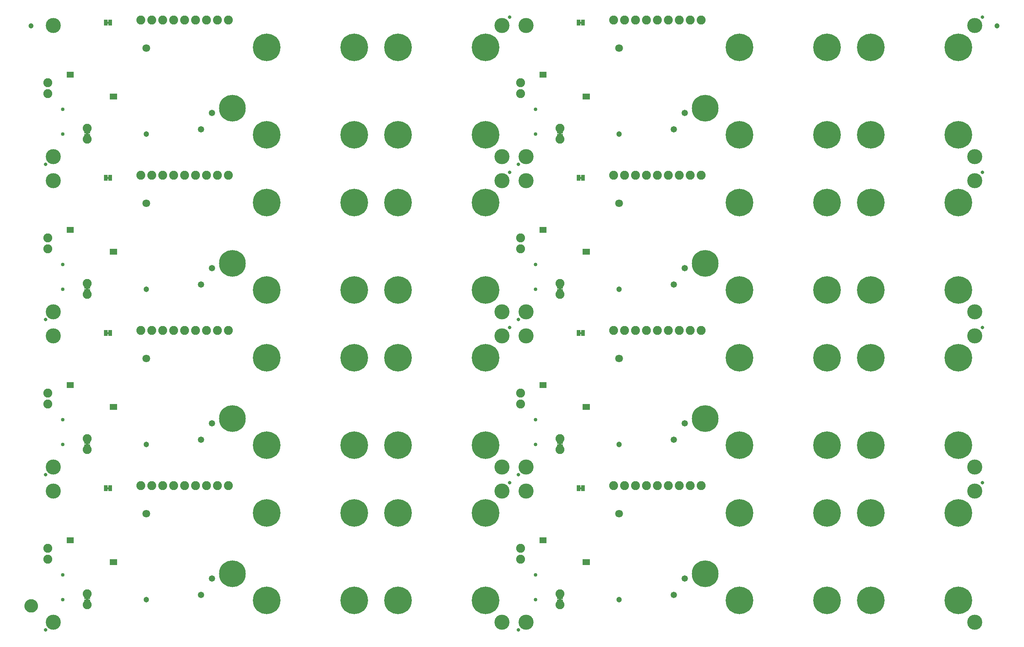
<source format=gbs>
G04 EAGLE Gerber RS-274X export*
G75*
%MOMM*%
%FSLAX34Y34*%
%LPD*%
%INSoldermask Bottom*%
%IPPOS*%
%AMOC8*
5,1,8,0,0,1.08239X$1,22.5*%
G01*
%ADD10C,0.853200*%
%ADD11C,0.838200*%
%ADD12C,3.505200*%
%ADD13C,6.203200*%
%ADD14R,0.863600X1.473200*%
%ADD15C,1.303200*%
%ADD16C,1.803200*%
%ADD17R,1.473200X0.838200*%
%ADD18C,2.082800*%
%ADD19R,0.838200X1.473200*%
%ADD20C,1.473200*%
%ADD21C,6.400800*%
%ADD22C,1.203200*%
%ADD23C,1.270000*%
%ADD24C,1.703200*%

G36*
X1204279Y1158252D02*
X1204279Y1158252D01*
X1204345Y1158254D01*
X1204388Y1158272D01*
X1204435Y1158280D01*
X1204492Y1158314D01*
X1204552Y1158339D01*
X1204587Y1158370D01*
X1204628Y1158395D01*
X1204670Y1158446D01*
X1204718Y1158490D01*
X1204740Y1158532D01*
X1204769Y1158569D01*
X1204790Y1158631D01*
X1204821Y1158690D01*
X1204829Y1158744D01*
X1204841Y1158781D01*
X1204840Y1158821D01*
X1204848Y1158875D01*
X1204848Y1162685D01*
X1204837Y1162750D01*
X1204835Y1162816D01*
X1204817Y1162859D01*
X1204809Y1162906D01*
X1204775Y1162963D01*
X1204750Y1163023D01*
X1204719Y1163058D01*
X1204694Y1163099D01*
X1204643Y1163141D01*
X1204599Y1163189D01*
X1204557Y1163211D01*
X1204520Y1163240D01*
X1204458Y1163261D01*
X1204399Y1163292D01*
X1204345Y1163300D01*
X1204308Y1163312D01*
X1204268Y1163311D01*
X1204214Y1163319D01*
X1198626Y1163319D01*
X1198561Y1163308D01*
X1198495Y1163306D01*
X1198452Y1163288D01*
X1198405Y1163280D01*
X1198348Y1163246D01*
X1198288Y1163221D01*
X1198253Y1163190D01*
X1198212Y1163165D01*
X1198171Y1163114D01*
X1198122Y1163070D01*
X1198100Y1163028D01*
X1198071Y1162991D01*
X1198050Y1162929D01*
X1198019Y1162870D01*
X1198011Y1162816D01*
X1197999Y1162779D01*
X1197999Y1162775D01*
X1197999Y1162774D01*
X1198000Y1162739D01*
X1197992Y1162685D01*
X1197992Y1158875D01*
X1198003Y1158810D01*
X1198005Y1158744D01*
X1198023Y1158701D01*
X1198031Y1158654D01*
X1198065Y1158597D01*
X1198090Y1158537D01*
X1198121Y1158502D01*
X1198146Y1158461D01*
X1198197Y1158420D01*
X1198241Y1158371D01*
X1198283Y1158349D01*
X1198320Y1158320D01*
X1198382Y1158299D01*
X1198441Y1158268D01*
X1198495Y1158260D01*
X1198532Y1158248D01*
X1198572Y1158249D01*
X1198626Y1158241D01*
X1204214Y1158241D01*
X1204279Y1158252D01*
G37*
G36*
X106999Y1158252D02*
X106999Y1158252D01*
X107065Y1158254D01*
X107108Y1158272D01*
X107155Y1158280D01*
X107212Y1158314D01*
X107272Y1158339D01*
X107307Y1158370D01*
X107348Y1158395D01*
X107390Y1158446D01*
X107438Y1158490D01*
X107460Y1158532D01*
X107489Y1158569D01*
X107510Y1158631D01*
X107541Y1158690D01*
X107549Y1158744D01*
X107561Y1158781D01*
X107560Y1158821D01*
X107568Y1158875D01*
X107568Y1162685D01*
X107557Y1162750D01*
X107555Y1162816D01*
X107537Y1162859D01*
X107529Y1162906D01*
X107495Y1162963D01*
X107470Y1163023D01*
X107439Y1163058D01*
X107414Y1163099D01*
X107363Y1163141D01*
X107319Y1163189D01*
X107277Y1163211D01*
X107240Y1163240D01*
X107178Y1163261D01*
X107119Y1163292D01*
X107065Y1163300D01*
X107028Y1163312D01*
X106988Y1163311D01*
X106934Y1163319D01*
X101346Y1163319D01*
X101281Y1163308D01*
X101215Y1163306D01*
X101172Y1163288D01*
X101125Y1163280D01*
X101068Y1163246D01*
X101008Y1163221D01*
X100973Y1163190D01*
X100932Y1163165D01*
X100891Y1163114D01*
X100842Y1163070D01*
X100820Y1163028D01*
X100791Y1162991D01*
X100770Y1162929D01*
X100739Y1162870D01*
X100731Y1162816D01*
X100719Y1162779D01*
X100719Y1162775D01*
X100719Y1162774D01*
X100720Y1162739D01*
X100712Y1162685D01*
X100712Y1158875D01*
X100723Y1158810D01*
X100725Y1158744D01*
X100743Y1158701D01*
X100751Y1158654D01*
X100785Y1158597D01*
X100810Y1158537D01*
X100841Y1158502D01*
X100866Y1158461D01*
X100917Y1158420D01*
X100961Y1158371D01*
X101003Y1158349D01*
X101040Y1158320D01*
X101102Y1158299D01*
X101161Y1158268D01*
X101215Y1158260D01*
X101252Y1158248D01*
X101292Y1158249D01*
X101346Y1158241D01*
X106934Y1158241D01*
X106999Y1158252D01*
G37*
G36*
X106999Y797572D02*
X106999Y797572D01*
X107065Y797574D01*
X107108Y797592D01*
X107155Y797600D01*
X107212Y797634D01*
X107272Y797659D01*
X107307Y797690D01*
X107348Y797715D01*
X107390Y797766D01*
X107438Y797810D01*
X107460Y797852D01*
X107489Y797889D01*
X107510Y797951D01*
X107541Y798010D01*
X107549Y798064D01*
X107561Y798101D01*
X107560Y798141D01*
X107568Y798195D01*
X107568Y802005D01*
X107557Y802070D01*
X107555Y802136D01*
X107537Y802179D01*
X107529Y802226D01*
X107495Y802283D01*
X107470Y802343D01*
X107439Y802378D01*
X107414Y802419D01*
X107363Y802461D01*
X107319Y802509D01*
X107277Y802531D01*
X107240Y802560D01*
X107178Y802581D01*
X107119Y802612D01*
X107065Y802620D01*
X107028Y802632D01*
X106988Y802631D01*
X106934Y802639D01*
X101346Y802639D01*
X101281Y802628D01*
X101215Y802626D01*
X101172Y802608D01*
X101125Y802600D01*
X101068Y802566D01*
X101008Y802541D01*
X100973Y802510D01*
X100932Y802485D01*
X100891Y802434D01*
X100842Y802390D01*
X100820Y802348D01*
X100791Y802311D01*
X100770Y802249D01*
X100739Y802190D01*
X100731Y802136D01*
X100719Y802099D01*
X100719Y802095D01*
X100719Y802094D01*
X100720Y802059D01*
X100712Y802005D01*
X100712Y798195D01*
X100723Y798130D01*
X100725Y798064D01*
X100743Y798021D01*
X100751Y797974D01*
X100785Y797917D01*
X100810Y797857D01*
X100841Y797822D01*
X100866Y797781D01*
X100917Y797740D01*
X100961Y797691D01*
X101003Y797669D01*
X101040Y797640D01*
X101102Y797619D01*
X101161Y797588D01*
X101215Y797580D01*
X101252Y797568D01*
X101292Y797569D01*
X101346Y797561D01*
X106934Y797561D01*
X106999Y797572D01*
G37*
G36*
X1204279Y797572D02*
X1204279Y797572D01*
X1204345Y797574D01*
X1204388Y797592D01*
X1204435Y797600D01*
X1204492Y797634D01*
X1204552Y797659D01*
X1204587Y797690D01*
X1204628Y797715D01*
X1204670Y797766D01*
X1204718Y797810D01*
X1204740Y797852D01*
X1204769Y797889D01*
X1204790Y797951D01*
X1204821Y798010D01*
X1204829Y798064D01*
X1204841Y798101D01*
X1204840Y798141D01*
X1204848Y798195D01*
X1204848Y802005D01*
X1204837Y802070D01*
X1204835Y802136D01*
X1204817Y802179D01*
X1204809Y802226D01*
X1204775Y802283D01*
X1204750Y802343D01*
X1204719Y802378D01*
X1204694Y802419D01*
X1204643Y802461D01*
X1204599Y802509D01*
X1204557Y802531D01*
X1204520Y802560D01*
X1204458Y802581D01*
X1204399Y802612D01*
X1204345Y802620D01*
X1204308Y802632D01*
X1204268Y802631D01*
X1204214Y802639D01*
X1198626Y802639D01*
X1198561Y802628D01*
X1198495Y802626D01*
X1198452Y802608D01*
X1198405Y802600D01*
X1198348Y802566D01*
X1198288Y802541D01*
X1198253Y802510D01*
X1198212Y802485D01*
X1198171Y802434D01*
X1198122Y802390D01*
X1198100Y802348D01*
X1198071Y802311D01*
X1198050Y802249D01*
X1198019Y802190D01*
X1198011Y802136D01*
X1197999Y802099D01*
X1197999Y802095D01*
X1197999Y802094D01*
X1198000Y802059D01*
X1197992Y802005D01*
X1197992Y798195D01*
X1198003Y798130D01*
X1198005Y798064D01*
X1198023Y798021D01*
X1198031Y797974D01*
X1198065Y797917D01*
X1198090Y797857D01*
X1198121Y797822D01*
X1198146Y797781D01*
X1198197Y797740D01*
X1198241Y797691D01*
X1198283Y797669D01*
X1198320Y797640D01*
X1198382Y797619D01*
X1198441Y797588D01*
X1198495Y797580D01*
X1198532Y797568D01*
X1198572Y797569D01*
X1198626Y797561D01*
X1204214Y797561D01*
X1204279Y797572D01*
G37*
G36*
X1204279Y436892D02*
X1204279Y436892D01*
X1204345Y436894D01*
X1204388Y436912D01*
X1204435Y436920D01*
X1204492Y436954D01*
X1204552Y436979D01*
X1204587Y437010D01*
X1204628Y437035D01*
X1204670Y437086D01*
X1204718Y437130D01*
X1204740Y437172D01*
X1204769Y437209D01*
X1204790Y437271D01*
X1204821Y437330D01*
X1204829Y437384D01*
X1204841Y437421D01*
X1204840Y437461D01*
X1204848Y437515D01*
X1204848Y441325D01*
X1204837Y441390D01*
X1204835Y441456D01*
X1204817Y441499D01*
X1204809Y441546D01*
X1204775Y441603D01*
X1204750Y441663D01*
X1204719Y441698D01*
X1204694Y441739D01*
X1204643Y441781D01*
X1204599Y441829D01*
X1204557Y441851D01*
X1204520Y441880D01*
X1204458Y441901D01*
X1204399Y441932D01*
X1204345Y441940D01*
X1204308Y441952D01*
X1204268Y441951D01*
X1204214Y441959D01*
X1198626Y441959D01*
X1198561Y441948D01*
X1198495Y441946D01*
X1198452Y441928D01*
X1198405Y441920D01*
X1198348Y441886D01*
X1198288Y441861D01*
X1198253Y441830D01*
X1198212Y441805D01*
X1198171Y441754D01*
X1198122Y441710D01*
X1198100Y441668D01*
X1198071Y441631D01*
X1198050Y441569D01*
X1198019Y441510D01*
X1198011Y441456D01*
X1197999Y441419D01*
X1197999Y441415D01*
X1197999Y441414D01*
X1198000Y441379D01*
X1197992Y441325D01*
X1197992Y437515D01*
X1198003Y437450D01*
X1198005Y437384D01*
X1198023Y437341D01*
X1198031Y437294D01*
X1198065Y437237D01*
X1198090Y437177D01*
X1198121Y437142D01*
X1198146Y437101D01*
X1198197Y437060D01*
X1198241Y437011D01*
X1198283Y436989D01*
X1198320Y436960D01*
X1198382Y436939D01*
X1198441Y436908D01*
X1198495Y436900D01*
X1198532Y436888D01*
X1198572Y436889D01*
X1198626Y436881D01*
X1204214Y436881D01*
X1204279Y436892D01*
G37*
G36*
X106999Y436892D02*
X106999Y436892D01*
X107065Y436894D01*
X107108Y436912D01*
X107155Y436920D01*
X107212Y436954D01*
X107272Y436979D01*
X107307Y437010D01*
X107348Y437035D01*
X107390Y437086D01*
X107438Y437130D01*
X107460Y437172D01*
X107489Y437209D01*
X107510Y437271D01*
X107541Y437330D01*
X107549Y437384D01*
X107561Y437421D01*
X107560Y437461D01*
X107568Y437515D01*
X107568Y441325D01*
X107557Y441390D01*
X107555Y441456D01*
X107537Y441499D01*
X107529Y441546D01*
X107495Y441603D01*
X107470Y441663D01*
X107439Y441698D01*
X107414Y441739D01*
X107363Y441781D01*
X107319Y441829D01*
X107277Y441851D01*
X107240Y441880D01*
X107178Y441901D01*
X107119Y441932D01*
X107065Y441940D01*
X107028Y441952D01*
X106988Y441951D01*
X106934Y441959D01*
X101346Y441959D01*
X101281Y441948D01*
X101215Y441946D01*
X101172Y441928D01*
X101125Y441920D01*
X101068Y441886D01*
X101008Y441861D01*
X100973Y441830D01*
X100932Y441805D01*
X100891Y441754D01*
X100842Y441710D01*
X100820Y441668D01*
X100791Y441631D01*
X100770Y441569D01*
X100739Y441510D01*
X100731Y441456D01*
X100719Y441419D01*
X100719Y441415D01*
X100719Y441414D01*
X100720Y441379D01*
X100712Y441325D01*
X100712Y437515D01*
X100723Y437450D01*
X100725Y437384D01*
X100743Y437341D01*
X100751Y437294D01*
X100785Y437237D01*
X100810Y437177D01*
X100841Y437142D01*
X100866Y437101D01*
X100917Y437060D01*
X100961Y437011D01*
X101003Y436989D01*
X101040Y436960D01*
X101102Y436939D01*
X101161Y436908D01*
X101215Y436900D01*
X101252Y436888D01*
X101292Y436889D01*
X101346Y436881D01*
X106934Y436881D01*
X106999Y436892D01*
G37*
G36*
X1204279Y76212D02*
X1204279Y76212D01*
X1204345Y76214D01*
X1204388Y76232D01*
X1204435Y76240D01*
X1204492Y76274D01*
X1204552Y76299D01*
X1204587Y76330D01*
X1204628Y76355D01*
X1204670Y76406D01*
X1204718Y76450D01*
X1204740Y76492D01*
X1204769Y76529D01*
X1204790Y76591D01*
X1204821Y76650D01*
X1204829Y76704D01*
X1204841Y76741D01*
X1204840Y76781D01*
X1204848Y76835D01*
X1204848Y80645D01*
X1204837Y80710D01*
X1204835Y80776D01*
X1204817Y80819D01*
X1204809Y80866D01*
X1204775Y80923D01*
X1204750Y80983D01*
X1204719Y81018D01*
X1204694Y81059D01*
X1204643Y81101D01*
X1204599Y81149D01*
X1204557Y81171D01*
X1204520Y81200D01*
X1204458Y81221D01*
X1204399Y81252D01*
X1204345Y81260D01*
X1204308Y81272D01*
X1204268Y81271D01*
X1204214Y81279D01*
X1198626Y81279D01*
X1198561Y81268D01*
X1198495Y81266D01*
X1198452Y81248D01*
X1198405Y81240D01*
X1198348Y81206D01*
X1198288Y81181D01*
X1198253Y81150D01*
X1198212Y81125D01*
X1198171Y81074D01*
X1198122Y81030D01*
X1198100Y80988D01*
X1198071Y80951D01*
X1198050Y80889D01*
X1198019Y80830D01*
X1198011Y80776D01*
X1197999Y80739D01*
X1197999Y80735D01*
X1197999Y80734D01*
X1198000Y80699D01*
X1197992Y80645D01*
X1197992Y76835D01*
X1198003Y76770D01*
X1198005Y76704D01*
X1198023Y76661D01*
X1198031Y76614D01*
X1198065Y76557D01*
X1198090Y76497D01*
X1198121Y76462D01*
X1198146Y76421D01*
X1198197Y76380D01*
X1198241Y76331D01*
X1198283Y76309D01*
X1198320Y76280D01*
X1198382Y76259D01*
X1198441Y76228D01*
X1198495Y76220D01*
X1198532Y76208D01*
X1198572Y76209D01*
X1198626Y76201D01*
X1204214Y76201D01*
X1204279Y76212D01*
G37*
G36*
X106999Y76212D02*
X106999Y76212D01*
X107065Y76214D01*
X107108Y76232D01*
X107155Y76240D01*
X107212Y76274D01*
X107272Y76299D01*
X107307Y76330D01*
X107348Y76355D01*
X107390Y76406D01*
X107438Y76450D01*
X107460Y76492D01*
X107489Y76529D01*
X107510Y76591D01*
X107541Y76650D01*
X107549Y76704D01*
X107561Y76741D01*
X107560Y76781D01*
X107568Y76835D01*
X107568Y80645D01*
X107557Y80710D01*
X107555Y80776D01*
X107537Y80819D01*
X107529Y80866D01*
X107495Y80923D01*
X107470Y80983D01*
X107439Y81018D01*
X107414Y81059D01*
X107363Y81101D01*
X107319Y81149D01*
X107277Y81171D01*
X107240Y81200D01*
X107178Y81221D01*
X107119Y81252D01*
X107065Y81260D01*
X107028Y81272D01*
X106988Y81271D01*
X106934Y81279D01*
X101346Y81279D01*
X101281Y81268D01*
X101215Y81266D01*
X101172Y81248D01*
X101125Y81240D01*
X101068Y81206D01*
X101008Y81181D01*
X100973Y81150D01*
X100932Y81125D01*
X100891Y81074D01*
X100842Y81030D01*
X100820Y80988D01*
X100791Y80951D01*
X100770Y80889D01*
X100739Y80830D01*
X100731Y80776D01*
X100719Y80739D01*
X100719Y80735D01*
X100719Y80734D01*
X100720Y80699D01*
X100712Y80645D01*
X100712Y76835D01*
X100723Y76770D01*
X100725Y76704D01*
X100743Y76661D01*
X100751Y76614D01*
X100785Y76557D01*
X100810Y76497D01*
X100841Y76462D01*
X100866Y76421D01*
X100917Y76380D01*
X100961Y76331D01*
X101003Y76309D01*
X101040Y76280D01*
X101102Y76259D01*
X101161Y76228D01*
X101215Y76220D01*
X101252Y76208D01*
X101292Y76209D01*
X101346Y76201D01*
X106934Y76201D01*
X106999Y76212D01*
G37*
G36*
X1251650Y695337D02*
X1251650Y695337D01*
X1251716Y695339D01*
X1251759Y695357D01*
X1251806Y695365D01*
X1251863Y695399D01*
X1251923Y695424D01*
X1251958Y695455D01*
X1251999Y695480D01*
X1252041Y695531D01*
X1252089Y695575D01*
X1252111Y695617D01*
X1252140Y695654D01*
X1252161Y695716D01*
X1252192Y695775D01*
X1252200Y695829D01*
X1252212Y695866D01*
X1252211Y695906D01*
X1252219Y695960D01*
X1252219Y698500D01*
X1252208Y698565D01*
X1252206Y698631D01*
X1252188Y698674D01*
X1252180Y698721D01*
X1252146Y698778D01*
X1252121Y698838D01*
X1252090Y698873D01*
X1252065Y698914D01*
X1252014Y698956D01*
X1251970Y699004D01*
X1251928Y699026D01*
X1251891Y699055D01*
X1251829Y699076D01*
X1251770Y699107D01*
X1251716Y699115D01*
X1251679Y699127D01*
X1251639Y699126D01*
X1251585Y699134D01*
X1247775Y699134D01*
X1247710Y699123D01*
X1247644Y699121D01*
X1247601Y699103D01*
X1247554Y699095D01*
X1247497Y699061D01*
X1247437Y699036D01*
X1247402Y699005D01*
X1247361Y698980D01*
X1247320Y698929D01*
X1247271Y698885D01*
X1247249Y698843D01*
X1247220Y698806D01*
X1247199Y698744D01*
X1247168Y698685D01*
X1247160Y698631D01*
X1247148Y698594D01*
X1247148Y698591D01*
X1247149Y698554D01*
X1247141Y698500D01*
X1247141Y695960D01*
X1247152Y695895D01*
X1247154Y695829D01*
X1247172Y695786D01*
X1247180Y695739D01*
X1247214Y695682D01*
X1247239Y695622D01*
X1247270Y695587D01*
X1247295Y695546D01*
X1247346Y695505D01*
X1247390Y695456D01*
X1247432Y695434D01*
X1247469Y695405D01*
X1247531Y695384D01*
X1247590Y695353D01*
X1247644Y695345D01*
X1247681Y695333D01*
X1247721Y695334D01*
X1247775Y695326D01*
X1251585Y695326D01*
X1251650Y695337D01*
G37*
G36*
X154370Y695337D02*
X154370Y695337D01*
X154436Y695339D01*
X154479Y695357D01*
X154526Y695365D01*
X154583Y695399D01*
X154643Y695424D01*
X154678Y695455D01*
X154719Y695480D01*
X154761Y695531D01*
X154809Y695575D01*
X154831Y695617D01*
X154860Y695654D01*
X154881Y695716D01*
X154912Y695775D01*
X154920Y695829D01*
X154932Y695866D01*
X154931Y695906D01*
X154939Y695960D01*
X154939Y698500D01*
X154928Y698565D01*
X154926Y698631D01*
X154908Y698674D01*
X154900Y698721D01*
X154866Y698778D01*
X154841Y698838D01*
X154810Y698873D01*
X154785Y698914D01*
X154734Y698956D01*
X154690Y699004D01*
X154648Y699026D01*
X154611Y699055D01*
X154549Y699076D01*
X154490Y699107D01*
X154436Y699115D01*
X154399Y699127D01*
X154359Y699126D01*
X154305Y699134D01*
X150495Y699134D01*
X150430Y699123D01*
X150364Y699121D01*
X150321Y699103D01*
X150274Y699095D01*
X150217Y699061D01*
X150157Y699036D01*
X150122Y699005D01*
X150081Y698980D01*
X150040Y698929D01*
X149991Y698885D01*
X149969Y698843D01*
X149940Y698806D01*
X149919Y698744D01*
X149888Y698685D01*
X149880Y698631D01*
X149868Y698594D01*
X149868Y698591D01*
X149869Y698554D01*
X149861Y698500D01*
X149861Y695960D01*
X149872Y695895D01*
X149874Y695829D01*
X149892Y695786D01*
X149900Y695739D01*
X149934Y695682D01*
X149959Y695622D01*
X149990Y695587D01*
X150015Y695546D01*
X150066Y695505D01*
X150110Y695456D01*
X150152Y695434D01*
X150189Y695405D01*
X150251Y695384D01*
X150310Y695353D01*
X150364Y695345D01*
X150401Y695333D01*
X150441Y695334D01*
X150495Y695326D01*
X154305Y695326D01*
X154370Y695337D01*
G37*
G36*
X1251650Y1416697D02*
X1251650Y1416697D01*
X1251716Y1416699D01*
X1251759Y1416717D01*
X1251806Y1416725D01*
X1251863Y1416759D01*
X1251923Y1416784D01*
X1251958Y1416815D01*
X1251999Y1416840D01*
X1252041Y1416891D01*
X1252089Y1416935D01*
X1252111Y1416977D01*
X1252140Y1417014D01*
X1252161Y1417076D01*
X1252192Y1417135D01*
X1252200Y1417189D01*
X1252212Y1417226D01*
X1252211Y1417266D01*
X1252219Y1417320D01*
X1252219Y1419860D01*
X1252208Y1419925D01*
X1252206Y1419991D01*
X1252188Y1420034D01*
X1252180Y1420081D01*
X1252146Y1420138D01*
X1252121Y1420198D01*
X1252090Y1420233D01*
X1252065Y1420274D01*
X1252014Y1420316D01*
X1251970Y1420364D01*
X1251928Y1420386D01*
X1251891Y1420415D01*
X1251829Y1420436D01*
X1251770Y1420467D01*
X1251716Y1420475D01*
X1251679Y1420487D01*
X1251639Y1420486D01*
X1251585Y1420494D01*
X1247775Y1420494D01*
X1247710Y1420483D01*
X1247644Y1420481D01*
X1247601Y1420463D01*
X1247554Y1420455D01*
X1247497Y1420421D01*
X1247437Y1420396D01*
X1247402Y1420365D01*
X1247361Y1420340D01*
X1247320Y1420289D01*
X1247271Y1420245D01*
X1247249Y1420203D01*
X1247220Y1420166D01*
X1247199Y1420104D01*
X1247168Y1420045D01*
X1247160Y1419991D01*
X1247148Y1419954D01*
X1247148Y1419951D01*
X1247149Y1419914D01*
X1247141Y1419860D01*
X1247141Y1417320D01*
X1247152Y1417255D01*
X1247154Y1417189D01*
X1247172Y1417146D01*
X1247180Y1417099D01*
X1247214Y1417042D01*
X1247239Y1416982D01*
X1247270Y1416947D01*
X1247295Y1416906D01*
X1247346Y1416865D01*
X1247390Y1416816D01*
X1247432Y1416794D01*
X1247469Y1416765D01*
X1247531Y1416744D01*
X1247590Y1416713D01*
X1247644Y1416705D01*
X1247681Y1416693D01*
X1247721Y1416694D01*
X1247775Y1416686D01*
X1251585Y1416686D01*
X1251650Y1416697D01*
G37*
G36*
X154370Y1416697D02*
X154370Y1416697D01*
X154436Y1416699D01*
X154479Y1416717D01*
X154526Y1416725D01*
X154583Y1416759D01*
X154643Y1416784D01*
X154678Y1416815D01*
X154719Y1416840D01*
X154761Y1416891D01*
X154809Y1416935D01*
X154831Y1416977D01*
X154860Y1417014D01*
X154881Y1417076D01*
X154912Y1417135D01*
X154920Y1417189D01*
X154932Y1417226D01*
X154931Y1417266D01*
X154939Y1417320D01*
X154939Y1419860D01*
X154928Y1419925D01*
X154926Y1419991D01*
X154908Y1420034D01*
X154900Y1420081D01*
X154866Y1420138D01*
X154841Y1420198D01*
X154810Y1420233D01*
X154785Y1420274D01*
X154734Y1420316D01*
X154690Y1420364D01*
X154648Y1420386D01*
X154611Y1420415D01*
X154549Y1420436D01*
X154490Y1420467D01*
X154436Y1420475D01*
X154399Y1420487D01*
X154359Y1420486D01*
X154305Y1420494D01*
X150495Y1420494D01*
X150430Y1420483D01*
X150364Y1420481D01*
X150321Y1420463D01*
X150274Y1420455D01*
X150217Y1420421D01*
X150157Y1420396D01*
X150122Y1420365D01*
X150081Y1420340D01*
X150040Y1420289D01*
X149991Y1420245D01*
X149969Y1420203D01*
X149940Y1420166D01*
X149919Y1420104D01*
X149888Y1420045D01*
X149880Y1419991D01*
X149868Y1419954D01*
X149868Y1419951D01*
X149869Y1419914D01*
X149861Y1419860D01*
X149861Y1417320D01*
X149872Y1417255D01*
X149874Y1417189D01*
X149892Y1417146D01*
X149900Y1417099D01*
X149934Y1417042D01*
X149959Y1416982D01*
X149990Y1416947D01*
X150015Y1416906D01*
X150066Y1416865D01*
X150110Y1416816D01*
X150152Y1416794D01*
X150189Y1416765D01*
X150251Y1416744D01*
X150310Y1416713D01*
X150364Y1416705D01*
X150401Y1416693D01*
X150441Y1416694D01*
X150495Y1416686D01*
X154305Y1416686D01*
X154370Y1416697D01*
G37*
G36*
X154370Y1056017D02*
X154370Y1056017D01*
X154436Y1056019D01*
X154479Y1056037D01*
X154526Y1056045D01*
X154583Y1056079D01*
X154643Y1056104D01*
X154678Y1056135D01*
X154719Y1056160D01*
X154761Y1056211D01*
X154809Y1056255D01*
X154831Y1056297D01*
X154860Y1056334D01*
X154881Y1056396D01*
X154912Y1056455D01*
X154920Y1056509D01*
X154932Y1056546D01*
X154931Y1056586D01*
X154939Y1056640D01*
X154939Y1059180D01*
X154928Y1059245D01*
X154926Y1059311D01*
X154908Y1059354D01*
X154900Y1059401D01*
X154866Y1059458D01*
X154841Y1059518D01*
X154810Y1059553D01*
X154785Y1059594D01*
X154734Y1059636D01*
X154690Y1059684D01*
X154648Y1059706D01*
X154611Y1059735D01*
X154549Y1059756D01*
X154490Y1059787D01*
X154436Y1059795D01*
X154399Y1059807D01*
X154359Y1059806D01*
X154305Y1059814D01*
X150495Y1059814D01*
X150430Y1059803D01*
X150364Y1059801D01*
X150321Y1059783D01*
X150274Y1059775D01*
X150217Y1059741D01*
X150157Y1059716D01*
X150122Y1059685D01*
X150081Y1059660D01*
X150040Y1059609D01*
X149991Y1059565D01*
X149969Y1059523D01*
X149940Y1059486D01*
X149919Y1059424D01*
X149888Y1059365D01*
X149880Y1059311D01*
X149868Y1059274D01*
X149868Y1059271D01*
X149869Y1059234D01*
X149861Y1059180D01*
X149861Y1056640D01*
X149872Y1056575D01*
X149874Y1056509D01*
X149892Y1056466D01*
X149900Y1056419D01*
X149934Y1056362D01*
X149959Y1056302D01*
X149990Y1056267D01*
X150015Y1056226D01*
X150066Y1056185D01*
X150110Y1056136D01*
X150152Y1056114D01*
X150189Y1056085D01*
X150251Y1056064D01*
X150310Y1056033D01*
X150364Y1056025D01*
X150401Y1056013D01*
X150441Y1056014D01*
X150495Y1056006D01*
X154305Y1056006D01*
X154370Y1056017D01*
G37*
G36*
X1251650Y1056017D02*
X1251650Y1056017D01*
X1251716Y1056019D01*
X1251759Y1056037D01*
X1251806Y1056045D01*
X1251863Y1056079D01*
X1251923Y1056104D01*
X1251958Y1056135D01*
X1251999Y1056160D01*
X1252041Y1056211D01*
X1252089Y1056255D01*
X1252111Y1056297D01*
X1252140Y1056334D01*
X1252161Y1056396D01*
X1252192Y1056455D01*
X1252200Y1056509D01*
X1252212Y1056546D01*
X1252211Y1056586D01*
X1252219Y1056640D01*
X1252219Y1059180D01*
X1252208Y1059245D01*
X1252206Y1059311D01*
X1252188Y1059354D01*
X1252180Y1059401D01*
X1252146Y1059458D01*
X1252121Y1059518D01*
X1252090Y1059553D01*
X1252065Y1059594D01*
X1252014Y1059636D01*
X1251970Y1059684D01*
X1251928Y1059706D01*
X1251891Y1059735D01*
X1251829Y1059756D01*
X1251770Y1059787D01*
X1251716Y1059795D01*
X1251679Y1059807D01*
X1251639Y1059806D01*
X1251585Y1059814D01*
X1247775Y1059814D01*
X1247710Y1059803D01*
X1247644Y1059801D01*
X1247601Y1059783D01*
X1247554Y1059775D01*
X1247497Y1059741D01*
X1247437Y1059716D01*
X1247402Y1059685D01*
X1247361Y1059660D01*
X1247320Y1059609D01*
X1247271Y1059565D01*
X1247249Y1059523D01*
X1247220Y1059486D01*
X1247199Y1059424D01*
X1247168Y1059365D01*
X1247160Y1059311D01*
X1247148Y1059274D01*
X1247148Y1059271D01*
X1247149Y1059234D01*
X1247141Y1059180D01*
X1247141Y1056640D01*
X1247152Y1056575D01*
X1247154Y1056509D01*
X1247172Y1056466D01*
X1247180Y1056419D01*
X1247214Y1056362D01*
X1247239Y1056302D01*
X1247270Y1056267D01*
X1247295Y1056226D01*
X1247346Y1056185D01*
X1247390Y1056136D01*
X1247432Y1056114D01*
X1247469Y1056085D01*
X1247531Y1056064D01*
X1247590Y1056033D01*
X1247644Y1056025D01*
X1247681Y1056013D01*
X1247721Y1056014D01*
X1247775Y1056006D01*
X1251585Y1056006D01*
X1251650Y1056017D01*
G37*
G36*
X1251650Y334657D02*
X1251650Y334657D01*
X1251716Y334659D01*
X1251759Y334677D01*
X1251806Y334685D01*
X1251863Y334719D01*
X1251923Y334744D01*
X1251958Y334775D01*
X1251999Y334800D01*
X1252041Y334851D01*
X1252089Y334895D01*
X1252111Y334937D01*
X1252140Y334974D01*
X1252161Y335036D01*
X1252192Y335095D01*
X1252200Y335149D01*
X1252212Y335186D01*
X1252211Y335226D01*
X1252219Y335280D01*
X1252219Y337820D01*
X1252208Y337885D01*
X1252206Y337951D01*
X1252188Y337994D01*
X1252180Y338041D01*
X1252146Y338098D01*
X1252121Y338158D01*
X1252090Y338193D01*
X1252065Y338234D01*
X1252014Y338276D01*
X1251970Y338324D01*
X1251928Y338346D01*
X1251891Y338375D01*
X1251829Y338396D01*
X1251770Y338427D01*
X1251716Y338435D01*
X1251679Y338447D01*
X1251639Y338446D01*
X1251585Y338454D01*
X1247775Y338454D01*
X1247710Y338443D01*
X1247644Y338441D01*
X1247601Y338423D01*
X1247554Y338415D01*
X1247497Y338381D01*
X1247437Y338356D01*
X1247402Y338325D01*
X1247361Y338300D01*
X1247320Y338249D01*
X1247271Y338205D01*
X1247249Y338163D01*
X1247220Y338126D01*
X1247199Y338064D01*
X1247168Y338005D01*
X1247160Y337951D01*
X1247148Y337914D01*
X1247148Y337911D01*
X1247149Y337874D01*
X1247141Y337820D01*
X1247141Y335280D01*
X1247152Y335215D01*
X1247154Y335149D01*
X1247172Y335106D01*
X1247180Y335059D01*
X1247214Y335002D01*
X1247239Y334942D01*
X1247270Y334907D01*
X1247295Y334866D01*
X1247346Y334825D01*
X1247390Y334776D01*
X1247432Y334754D01*
X1247469Y334725D01*
X1247531Y334704D01*
X1247590Y334673D01*
X1247644Y334665D01*
X1247681Y334653D01*
X1247721Y334654D01*
X1247775Y334646D01*
X1251585Y334646D01*
X1251650Y334657D01*
G37*
G36*
X154370Y334657D02*
X154370Y334657D01*
X154436Y334659D01*
X154479Y334677D01*
X154526Y334685D01*
X154583Y334719D01*
X154643Y334744D01*
X154678Y334775D01*
X154719Y334800D01*
X154761Y334851D01*
X154809Y334895D01*
X154831Y334937D01*
X154860Y334974D01*
X154881Y335036D01*
X154912Y335095D01*
X154920Y335149D01*
X154932Y335186D01*
X154931Y335226D01*
X154939Y335280D01*
X154939Y337820D01*
X154928Y337885D01*
X154926Y337951D01*
X154908Y337994D01*
X154900Y338041D01*
X154866Y338098D01*
X154841Y338158D01*
X154810Y338193D01*
X154785Y338234D01*
X154734Y338276D01*
X154690Y338324D01*
X154648Y338346D01*
X154611Y338375D01*
X154549Y338396D01*
X154490Y338427D01*
X154436Y338435D01*
X154399Y338447D01*
X154359Y338446D01*
X154305Y338454D01*
X150495Y338454D01*
X150430Y338443D01*
X150364Y338441D01*
X150321Y338423D01*
X150274Y338415D01*
X150217Y338381D01*
X150157Y338356D01*
X150122Y338325D01*
X150081Y338300D01*
X150040Y338249D01*
X149991Y338205D01*
X149969Y338163D01*
X149940Y338126D01*
X149919Y338064D01*
X149888Y338005D01*
X149880Y337951D01*
X149868Y337914D01*
X149868Y337911D01*
X149869Y337874D01*
X149861Y337820D01*
X149861Y335280D01*
X149872Y335215D01*
X149874Y335149D01*
X149892Y335106D01*
X149900Y335059D01*
X149934Y335002D01*
X149959Y334942D01*
X149990Y334907D01*
X150015Y334866D01*
X150066Y334825D01*
X150110Y334776D01*
X150152Y334754D01*
X150189Y334725D01*
X150251Y334704D01*
X150310Y334673D01*
X150364Y334665D01*
X150401Y334653D01*
X150441Y334654D01*
X150495Y334646D01*
X154305Y334646D01*
X154370Y334657D01*
G37*
D10*
X47780Y135580D03*
X47780Y77780D03*
D11*
X7620Y7620D03*
X1084580Y349250D03*
D12*
X1066800Y330200D03*
X25400Y330200D03*
X1066800Y25400D03*
X25400Y25400D03*
D13*
X440730Y137600D03*
D14*
X157607Y336550D03*
X147193Y336550D03*
D15*
X241300Y77800D03*
D16*
X241300Y277800D03*
D17*
X104140Y83820D03*
X104140Y73660D03*
D18*
X104140Y91440D03*
X104140Y66040D03*
D19*
X169164Y165100D03*
X161036Y165100D03*
X60706Y215900D03*
X68834Y215900D03*
D20*
X368300Y88900D03*
X393700Y127000D03*
D18*
X12700Y196850D03*
X12700Y171450D03*
D21*
X520700Y279400D03*
X723900Y279400D03*
X520700Y76200D03*
X723900Y76200D03*
D18*
X228600Y342900D03*
X254000Y342900D03*
X279400Y342900D03*
X304800Y342900D03*
X330200Y342900D03*
X355600Y342900D03*
X381000Y342900D03*
X406400Y342900D03*
X431800Y342900D03*
D21*
X825500Y279400D03*
X1028700Y279400D03*
X825500Y76200D03*
X1028700Y76200D03*
D10*
X1145060Y135580D03*
X1145060Y77780D03*
D11*
X1104900Y7620D03*
X2181860Y349250D03*
D12*
X2164080Y330200D03*
X1122680Y330200D03*
X2164080Y25400D03*
X1122680Y25400D03*
D13*
X1538010Y137600D03*
D14*
X1254887Y336550D03*
X1244473Y336550D03*
D15*
X1338580Y77800D03*
D16*
X1338580Y277800D03*
D17*
X1201420Y83820D03*
X1201420Y73660D03*
D18*
X1201420Y91440D03*
X1201420Y66040D03*
D19*
X1266444Y165100D03*
X1258316Y165100D03*
X1157986Y215900D03*
X1166114Y215900D03*
D20*
X1465580Y88900D03*
X1490980Y127000D03*
D18*
X1109980Y196850D03*
X1109980Y171450D03*
D21*
X1617980Y279400D03*
X1821180Y279400D03*
X1617980Y76200D03*
X1821180Y76200D03*
D18*
X1325880Y342900D03*
X1351280Y342900D03*
X1376680Y342900D03*
X1402080Y342900D03*
X1427480Y342900D03*
X1452880Y342900D03*
X1478280Y342900D03*
X1503680Y342900D03*
X1529080Y342900D03*
D21*
X1922780Y279400D03*
X2125980Y279400D03*
X1922780Y76200D03*
X2125980Y76200D03*
D10*
X47780Y496260D03*
X47780Y438460D03*
D11*
X7620Y368300D03*
X1084580Y709930D03*
D12*
X1066800Y690880D03*
X25400Y690880D03*
X1066800Y386080D03*
X25400Y386080D03*
D13*
X440730Y498280D03*
D14*
X157607Y697230D03*
X147193Y697230D03*
D15*
X241300Y438480D03*
D16*
X241300Y638480D03*
D17*
X104140Y444500D03*
X104140Y434340D03*
D18*
X104140Y452120D03*
X104140Y426720D03*
D19*
X169164Y525780D03*
X161036Y525780D03*
X60706Y576580D03*
X68834Y576580D03*
D20*
X368300Y449580D03*
X393700Y487680D03*
D18*
X12700Y557530D03*
X12700Y532130D03*
D21*
X520700Y640080D03*
X723900Y640080D03*
X520700Y436880D03*
X723900Y436880D03*
D18*
X228600Y703580D03*
X254000Y703580D03*
X279400Y703580D03*
X304800Y703580D03*
X330200Y703580D03*
X355600Y703580D03*
X381000Y703580D03*
X406400Y703580D03*
X431800Y703580D03*
D21*
X825500Y640080D03*
X1028700Y640080D03*
X825500Y436880D03*
X1028700Y436880D03*
D10*
X1145060Y496260D03*
X1145060Y438460D03*
D11*
X1104900Y368300D03*
X2181860Y709930D03*
D12*
X2164080Y690880D03*
X1122680Y690880D03*
X2164080Y386080D03*
X1122680Y386080D03*
D13*
X1538010Y498280D03*
D14*
X1254887Y697230D03*
X1244473Y697230D03*
D15*
X1338580Y438480D03*
D16*
X1338580Y638480D03*
D17*
X1201420Y444500D03*
X1201420Y434340D03*
D18*
X1201420Y452120D03*
X1201420Y426720D03*
D19*
X1266444Y525780D03*
X1258316Y525780D03*
X1157986Y576580D03*
X1166114Y576580D03*
D20*
X1465580Y449580D03*
X1490980Y487680D03*
D18*
X1109980Y557530D03*
X1109980Y532130D03*
D21*
X1617980Y640080D03*
X1821180Y640080D03*
X1617980Y436880D03*
X1821180Y436880D03*
D18*
X1325880Y703580D03*
X1351280Y703580D03*
X1376680Y703580D03*
X1402080Y703580D03*
X1427480Y703580D03*
X1452880Y703580D03*
X1478280Y703580D03*
X1503680Y703580D03*
X1529080Y703580D03*
D21*
X1922780Y640080D03*
X2125980Y640080D03*
X1922780Y436880D03*
X2125980Y436880D03*
D10*
X47780Y856940D03*
X47780Y799140D03*
D11*
X7620Y728980D03*
X1084580Y1070610D03*
D12*
X1066800Y1051560D03*
X25400Y1051560D03*
X1066800Y746760D03*
X25400Y746760D03*
D13*
X440730Y858960D03*
D14*
X157607Y1057910D03*
X147193Y1057910D03*
D15*
X241300Y799160D03*
D16*
X241300Y999160D03*
D17*
X104140Y805180D03*
X104140Y795020D03*
D18*
X104140Y812800D03*
X104140Y787400D03*
D19*
X169164Y886460D03*
X161036Y886460D03*
X60706Y937260D03*
X68834Y937260D03*
D20*
X368300Y810260D03*
X393700Y848360D03*
D18*
X12700Y918210D03*
X12700Y892810D03*
D21*
X520700Y1000760D03*
X723900Y1000760D03*
X520700Y797560D03*
X723900Y797560D03*
D18*
X228600Y1064260D03*
X254000Y1064260D03*
X279400Y1064260D03*
X304800Y1064260D03*
X330200Y1064260D03*
X355600Y1064260D03*
X381000Y1064260D03*
X406400Y1064260D03*
X431800Y1064260D03*
D21*
X825500Y1000760D03*
X1028700Y1000760D03*
X825500Y797560D03*
X1028700Y797560D03*
D10*
X1145060Y856940D03*
X1145060Y799140D03*
D11*
X1104900Y728980D03*
X2181860Y1070610D03*
D12*
X2164080Y1051560D03*
X1122680Y1051560D03*
X2164080Y746760D03*
X1122680Y746760D03*
D13*
X1538010Y858960D03*
D14*
X1254887Y1057910D03*
X1244473Y1057910D03*
D15*
X1338580Y799160D03*
D16*
X1338580Y999160D03*
D17*
X1201420Y805180D03*
X1201420Y795020D03*
D18*
X1201420Y812800D03*
X1201420Y787400D03*
D19*
X1266444Y886460D03*
X1258316Y886460D03*
X1157986Y937260D03*
X1166114Y937260D03*
D20*
X1465580Y810260D03*
X1490980Y848360D03*
D18*
X1109980Y918210D03*
X1109980Y892810D03*
D21*
X1617980Y1000760D03*
X1821180Y1000760D03*
X1617980Y797560D03*
X1821180Y797560D03*
D18*
X1325880Y1064260D03*
X1351280Y1064260D03*
X1376680Y1064260D03*
X1402080Y1064260D03*
X1427480Y1064260D03*
X1452880Y1064260D03*
X1478280Y1064260D03*
X1503680Y1064260D03*
X1529080Y1064260D03*
D21*
X1922780Y1000760D03*
X2125980Y1000760D03*
X1922780Y797560D03*
X2125980Y797560D03*
D10*
X47780Y1217620D03*
X47780Y1159820D03*
D11*
X7620Y1089660D03*
X1084580Y1431290D03*
D12*
X1066800Y1412240D03*
X25400Y1412240D03*
X1066800Y1107440D03*
X25400Y1107440D03*
D13*
X440730Y1219640D03*
D14*
X157607Y1418590D03*
X147193Y1418590D03*
D15*
X241300Y1159840D03*
D16*
X241300Y1359840D03*
D17*
X104140Y1165860D03*
X104140Y1155700D03*
D18*
X104140Y1173480D03*
X104140Y1148080D03*
D19*
X169164Y1247140D03*
X161036Y1247140D03*
X60706Y1297940D03*
X68834Y1297940D03*
D20*
X368300Y1170940D03*
X393700Y1209040D03*
D18*
X12700Y1278890D03*
X12700Y1253490D03*
D21*
X520700Y1361440D03*
X723900Y1361440D03*
X520700Y1158240D03*
X723900Y1158240D03*
D18*
X228600Y1424940D03*
X254000Y1424940D03*
X279400Y1424940D03*
X304800Y1424940D03*
X330200Y1424940D03*
X355600Y1424940D03*
X381000Y1424940D03*
X406400Y1424940D03*
X431800Y1424940D03*
D21*
X825500Y1361440D03*
X1028700Y1361440D03*
X825500Y1158240D03*
X1028700Y1158240D03*
D10*
X1145060Y1217620D03*
X1145060Y1159820D03*
D11*
X1104900Y1089660D03*
X2181860Y1431290D03*
D12*
X2164080Y1412240D03*
X1122680Y1412240D03*
X2164080Y1107440D03*
X1122680Y1107440D03*
D13*
X1538010Y1219640D03*
D14*
X1254887Y1418590D03*
X1244473Y1418590D03*
D15*
X1338580Y1159840D03*
D16*
X1338580Y1359840D03*
D17*
X1201420Y1165860D03*
X1201420Y1155700D03*
D18*
X1201420Y1173480D03*
X1201420Y1148080D03*
D19*
X1266444Y1247140D03*
X1258316Y1247140D03*
X1157986Y1297940D03*
X1166114Y1297940D03*
D20*
X1465580Y1170940D03*
X1490980Y1209040D03*
D18*
X1109980Y1278890D03*
X1109980Y1253490D03*
D21*
X1617980Y1361440D03*
X1821180Y1361440D03*
X1617980Y1158240D03*
X1821180Y1158240D03*
D18*
X1325880Y1424940D03*
X1351280Y1424940D03*
X1376680Y1424940D03*
X1402080Y1424940D03*
X1427480Y1424940D03*
X1452880Y1424940D03*
X1478280Y1424940D03*
X1503680Y1424940D03*
X1529080Y1424940D03*
D21*
X1922780Y1361440D03*
X2125980Y1361440D03*
X1922780Y1158240D03*
X2125980Y1158240D03*
D22*
X-26238Y1410970D03*
X2215718Y1410970D03*
D23*
X-35293Y63500D02*
X-35290Y63722D01*
X-35282Y63944D01*
X-35268Y64166D01*
X-35249Y64388D01*
X-35225Y64608D01*
X-35195Y64829D01*
X-35160Y65048D01*
X-35119Y65267D01*
X-35073Y65484D01*
X-35022Y65700D01*
X-34965Y65915D01*
X-34903Y66129D01*
X-34836Y66340D01*
X-34764Y66551D01*
X-34686Y66759D01*
X-34604Y66965D01*
X-34516Y67169D01*
X-34424Y67372D01*
X-34326Y67571D01*
X-34224Y67768D01*
X-34117Y67963D01*
X-34005Y68155D01*
X-33888Y68344D01*
X-33767Y68531D01*
X-33641Y68714D01*
X-33511Y68894D01*
X-33376Y69071D01*
X-33238Y69244D01*
X-33095Y69414D01*
X-32947Y69581D01*
X-32796Y69744D01*
X-32641Y69903D01*
X-32482Y70058D01*
X-32319Y70209D01*
X-32152Y70357D01*
X-31982Y70500D01*
X-31809Y70638D01*
X-31632Y70773D01*
X-31452Y70903D01*
X-31269Y71029D01*
X-31082Y71150D01*
X-30893Y71267D01*
X-30701Y71379D01*
X-30506Y71486D01*
X-30309Y71588D01*
X-30110Y71686D01*
X-29907Y71778D01*
X-29703Y71866D01*
X-29497Y71948D01*
X-29289Y72026D01*
X-29078Y72098D01*
X-28867Y72165D01*
X-28653Y72227D01*
X-28438Y72284D01*
X-28222Y72335D01*
X-28005Y72381D01*
X-27786Y72422D01*
X-27567Y72457D01*
X-27346Y72487D01*
X-27126Y72511D01*
X-26904Y72530D01*
X-26682Y72544D01*
X-26460Y72552D01*
X-26238Y72555D01*
X-26016Y72552D01*
X-25794Y72544D01*
X-25572Y72530D01*
X-25350Y72511D01*
X-25130Y72487D01*
X-24909Y72457D01*
X-24690Y72422D01*
X-24471Y72381D01*
X-24254Y72335D01*
X-24038Y72284D01*
X-23823Y72227D01*
X-23609Y72165D01*
X-23398Y72098D01*
X-23187Y72026D01*
X-22979Y71948D01*
X-22773Y71866D01*
X-22569Y71778D01*
X-22366Y71686D01*
X-22167Y71588D01*
X-21970Y71486D01*
X-21775Y71379D01*
X-21583Y71267D01*
X-21394Y71150D01*
X-21207Y71029D01*
X-21024Y70903D01*
X-20844Y70773D01*
X-20667Y70638D01*
X-20494Y70500D01*
X-20324Y70357D01*
X-20157Y70209D01*
X-19994Y70058D01*
X-19835Y69903D01*
X-19680Y69744D01*
X-19529Y69581D01*
X-19381Y69414D01*
X-19238Y69244D01*
X-19100Y69071D01*
X-18965Y68894D01*
X-18835Y68714D01*
X-18709Y68531D01*
X-18588Y68344D01*
X-18471Y68155D01*
X-18359Y67963D01*
X-18252Y67768D01*
X-18150Y67571D01*
X-18052Y67372D01*
X-17960Y67169D01*
X-17872Y66965D01*
X-17790Y66759D01*
X-17712Y66551D01*
X-17640Y66340D01*
X-17573Y66129D01*
X-17511Y65915D01*
X-17454Y65700D01*
X-17403Y65484D01*
X-17357Y65267D01*
X-17316Y65048D01*
X-17281Y64829D01*
X-17251Y64608D01*
X-17227Y64388D01*
X-17208Y64166D01*
X-17194Y63944D01*
X-17186Y63722D01*
X-17183Y63500D01*
X-17186Y63278D01*
X-17194Y63056D01*
X-17208Y62834D01*
X-17227Y62612D01*
X-17251Y62392D01*
X-17281Y62171D01*
X-17316Y61952D01*
X-17357Y61733D01*
X-17403Y61516D01*
X-17454Y61300D01*
X-17511Y61085D01*
X-17573Y60871D01*
X-17640Y60660D01*
X-17712Y60449D01*
X-17790Y60241D01*
X-17872Y60035D01*
X-17960Y59831D01*
X-18052Y59628D01*
X-18150Y59429D01*
X-18252Y59232D01*
X-18359Y59037D01*
X-18471Y58845D01*
X-18588Y58656D01*
X-18709Y58469D01*
X-18835Y58286D01*
X-18965Y58106D01*
X-19100Y57929D01*
X-19238Y57756D01*
X-19381Y57586D01*
X-19529Y57419D01*
X-19680Y57256D01*
X-19835Y57097D01*
X-19994Y56942D01*
X-20157Y56791D01*
X-20324Y56643D01*
X-20494Y56500D01*
X-20667Y56362D01*
X-20844Y56227D01*
X-21024Y56097D01*
X-21207Y55971D01*
X-21394Y55850D01*
X-21583Y55733D01*
X-21775Y55621D01*
X-21970Y55514D01*
X-22167Y55412D01*
X-22366Y55314D01*
X-22569Y55222D01*
X-22773Y55134D01*
X-22979Y55052D01*
X-23187Y54974D01*
X-23398Y54902D01*
X-23609Y54835D01*
X-23823Y54773D01*
X-24038Y54716D01*
X-24254Y54665D01*
X-24471Y54619D01*
X-24690Y54578D01*
X-24909Y54543D01*
X-25130Y54513D01*
X-25350Y54489D01*
X-25572Y54470D01*
X-25794Y54456D01*
X-26016Y54448D01*
X-26238Y54445D01*
X-26460Y54448D01*
X-26682Y54456D01*
X-26904Y54470D01*
X-27126Y54489D01*
X-27346Y54513D01*
X-27567Y54543D01*
X-27786Y54578D01*
X-28005Y54619D01*
X-28222Y54665D01*
X-28438Y54716D01*
X-28653Y54773D01*
X-28867Y54835D01*
X-29078Y54902D01*
X-29289Y54974D01*
X-29497Y55052D01*
X-29703Y55134D01*
X-29907Y55222D01*
X-30110Y55314D01*
X-30309Y55412D01*
X-30506Y55514D01*
X-30701Y55621D01*
X-30893Y55733D01*
X-31082Y55850D01*
X-31269Y55971D01*
X-31452Y56097D01*
X-31632Y56227D01*
X-31809Y56362D01*
X-31982Y56500D01*
X-32152Y56643D01*
X-32319Y56791D01*
X-32482Y56942D01*
X-32641Y57097D01*
X-32796Y57256D01*
X-32947Y57419D01*
X-33095Y57586D01*
X-33238Y57756D01*
X-33376Y57929D01*
X-33511Y58106D01*
X-33641Y58286D01*
X-33767Y58469D01*
X-33888Y58656D01*
X-34005Y58845D01*
X-34117Y59037D01*
X-34224Y59232D01*
X-34326Y59429D01*
X-34424Y59628D01*
X-34516Y59831D01*
X-34604Y60035D01*
X-34686Y60241D01*
X-34764Y60449D01*
X-34836Y60660D01*
X-34903Y60871D01*
X-34965Y61085D01*
X-35022Y61300D01*
X-35073Y61516D01*
X-35119Y61733D01*
X-35160Y61952D01*
X-35195Y62171D01*
X-35225Y62392D01*
X-35249Y62612D01*
X-35268Y62834D01*
X-35282Y63056D01*
X-35290Y63278D01*
X-35293Y63500D01*
D24*
X-26238Y63500D03*
M02*

</source>
